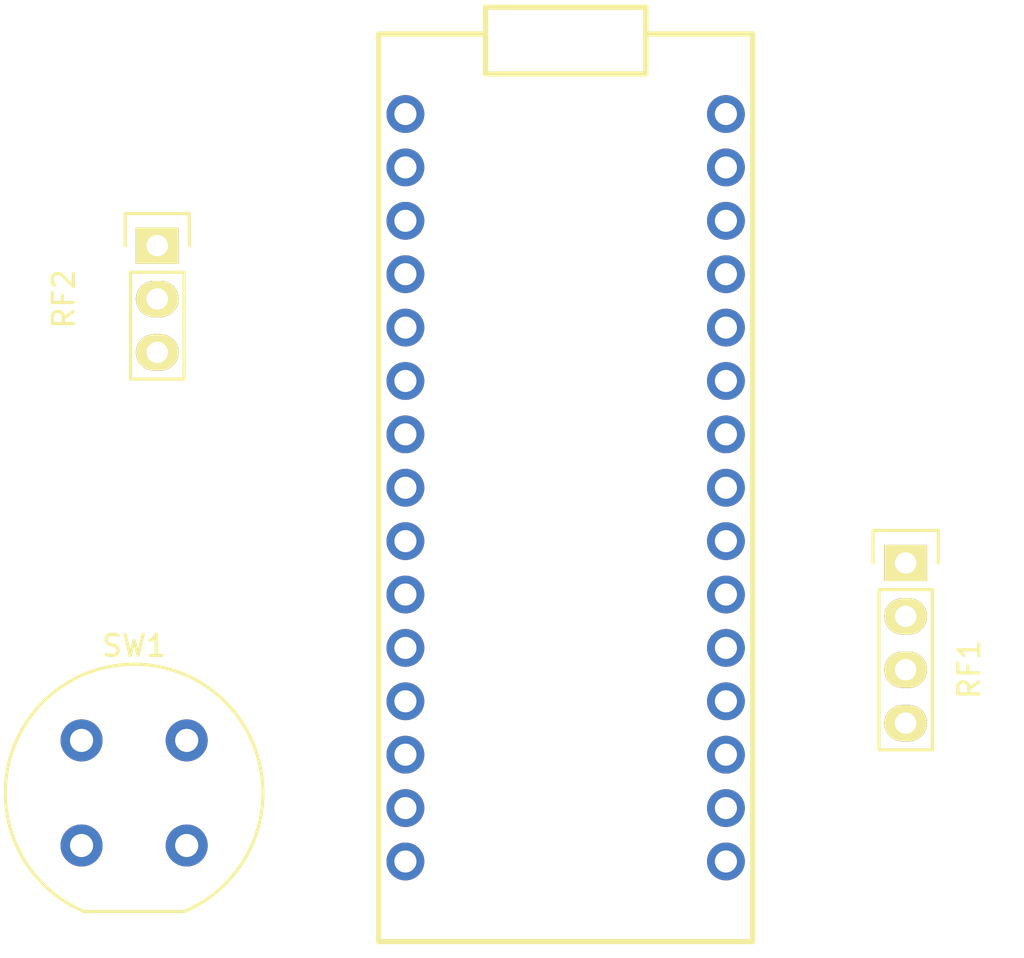
<source format=kicad_pcb>
(kicad_pcb (version 20211014) (generator pcbnew)
  (layers (0 "F.Cu" signal) (31 "B.Cu" signal) (34 "B.Paste" user) (35 "F.Paste" user) (36 "B.SilkS" user "B.Silkscreen") (37 "F.SilkS" user "F.Silkscreen") (38 "B.Mask" user) (39 "F.Mask" user) (44 "Edge.Cuts" user))
  (net 0 "")
  (net 12 "/VCC")
  (net 19 "GND")
  (net 20 "/D2")
  (net 21 "/D3")
  (net 33 "/D4")
  (footprint "Sensors:RF_Receiver_433_MHz" (layer "F.Cu") (at 103.612114 72.22 -90)
    (fp_text reference "RF1" (at 0 -3 90) (layer "F.SilkS"))
    (fp_text value "RF_Receiver_433_MHz")
    (fp_line (start -3.790707 1.294229) (end 3.829293 1.294229) (layer "F.SilkS") (width 0.15))
    (fp_line (start 3.829293 1.294229) (end 3.829293 -1.245771) (layer "F.SilkS") (width 0.15))
    (fp_line (start -5.060707 1.574229) (end -6.610707 1.574229) (layer "F.SilkS") (width 0.15))
    (fp_line (start -3.790707 -1.245771) (end -3.790707 1.294229) (layer "F.SilkS") (width 0.15))
    (fp_line (start -6.610707 1.574229) (end -6.610707 -1.525771) (layer "F.SilkS") (width 0.15))
    (fp_line (start -3.790707 -1.245771) (end 3.829293 -1.245771) (layer "F.SilkS") (width 0.15))
    (fp_line (start -6.610707 -1.525771) (end -5.060707 -1.525771) (layer "F.SilkS") (width 0.15))
    (pad "1" thru_hole rect locked (at -5.060707 0.024229) (size 2.032 1.7272) (drill 1.016) (layers *.Cu *.Mask "F.SilkS") (net 12 "/VCC"))
    (pad "2" thru_hole oval locked (at -2.520707 0.024229) (size 2.032 1.7272) (drill 1.016) (layers *.Cu *.Mask "F.SilkS") (net 21 "/D3"))
    (pad "3" thru_hole oval locked (at 0.019293 0.024229) (size 2.032 1.7272) (drill 1.016) (layers *.Cu *.Mask "F.SilkS"))
    (pad "4" thru_hole oval locked (at 2.559293 0.024229) (size 2.032 1.7272) (drill 1.016) (layers *.Cu *.Mask "F.SilkS") (net 19 "GND"))
  )
  (footprint "Button_Switch_THT:Push_E-Switch_KS01Q01" (layer "F.Cu") (at 64.4 75.6)
    (fp_text reference "SW1" (at 2.5 -4.5) (layer "F.SilkS"))
    (fp_text value "SW_DIP_x02")
    (fp_line (start 4.89 8.14) (end 0.11 8.14) (layer "F.SilkS") (width 0.15))
    (fp_arc (start 0.11 8.14) (mid 2.496283 -3.625495) (end 4.896843 8.137095) (layer "F.SilkS") (width 0.15))
    (pad "1" thru_hole circle (at 0 0) (size 2 2) (drill 1.1) (layers *.Cu *.Mask) (net 12 "/VCC"))
    (pad "2" thru_hole circle (at 5 0) (size 2 2) (drill 1.1) (layers *.Cu *.Mask) (net 19 "GND"))
    (pad "3" thru_hole circle (at 0 5) (size 2 2) (drill 1.1) (layers *.Cu *.Mask))
    (pad "4" thru_hole circle (at 5 5) (size 2 2) (drill 1.1) (layers *.Cu *.Mask) (net 33 "/D4"))
  )
  (footprint "WorkshopFootprints:NanoEvery" (layer "F.Cu") (at 79.8 45.8)
    (fp_text reference "ArduinoNanoEvery1")
    (fp_text value "Arduino Nano Every")
    (fp_line (start 3.81 -3.81) (end -1.27 -3.81) (layer "F.SilkS") (width 0.25))
    (fp_line (start -1.27 39.37) (end 16.51 39.37) (layer "F.SilkS") (width 0.25))
    (fp_line (start 16.51 39.37) (end 16.51 -3.81) (layer "F.SilkS") (width 0.25))
    (fp_line (start 11.43 -5.08) (end 11.43 -1.91) (layer "F.SilkS") (width 0.25))
    (fp_line (start -1.27 -3.81) (end -1.27 39.37) (layer "F.SilkS") (width 0.25))
    (fp_line (start 3.81 -5.08) (end 11.43 -5.08) (layer "F.SilkS") (width 0.25))
    (fp_line (start 3.81 -5.08) (end 3.81 -1.91) (layer "F.SilkS") (width 0.25))
    (fp_line (start 11.43 -3.81) (end 16.51 -3.81) (layer "F.SilkS") (width 0.25))
    (fp_line (start 3.81 -1.91) (end 11.43 -1.91) (layer "F.SilkS") (width 0.25))
    (pad "1" thru_hole circle (at 0 0) (size 1.8 1.8) (drill 1.05) (layers *.Cu *.Mask))
    (pad "2" thru_hole circle (at 0 2.54) (size 1.8 1.8) (drill 1.05) (layers *.Cu *.Mask))
    (pad "3" thru_hole circle (at 0 5.08) (size 1.8 1.8) (drill 1.05) (layers *.Cu *.Mask))
    (pad "4" thru_hole circle (at 0 7.62) (size 1.8 1.8) (drill 1.05) (layers *.Cu *.Mask))
    (pad "5" thru_hole circle (at 0 10.16) (size 1.8 1.8) (drill 1.05) (layers *.Cu *.Mask))
    (pad "6" thru_hole circle (at 0 12.7) (size 1.8 1.8) (drill 1.05) (layers *.Cu *.Mask))
    (pad "7" thru_hole circle (at 0 15.24) (size 1.8 1.8) (drill 1.05) (layers *.Cu *.Mask))
    (pad "8" thru_hole circle (at 0 17.78) (size 1.8 1.8) (drill 1.05) (layers *.Cu *.Mask))
    (pad "9" thru_hole circle (at 0 20.32) (size 1.8 1.8) (drill 1.05) (layers *.Cu *.Mask))
    (pad "10" thru_hole circle (at 0 22.86) (size 1.8 1.8) (drill 1.05) (layers *.Cu *.Mask))
    (pad "11" thru_hole circle (at 0 25.4) (size 1.8 1.8) (drill 1.05) (layers *.Cu *.Mask))
    (pad "12" thru_hole circle (at 0 27.94) (size 1.8 1.8) (drill 1.05) (layers *.Cu *.Mask) (net 12 "/VCC"))
    (pad "13" thru_hole circle (at 0 30.48) (size 1.8 1.8) (drill 1.05) (layers *.Cu *.Mask))
    (pad "14" thru_hole circle (at 0 33.02) (size 1.8 1.8) (drill 1.05) (layers *.Cu *.Mask))
    (pad "15" thru_hole circle (at 0 35.56) (size 1.8 1.8) (drill 1.05) (layers *.Cu *.Mask))
    (pad "16" thru_hole circle (at 15.24 35.56) (size 1.8 1.8) (drill 1.05) (layers *.Cu *.Mask))
    (pad "17" thru_hole circle (at 15.24 33.02) (size 1.8 1.8) (drill 1.05) (layers *.Cu *.Mask))
    (pad "18" thru_hole circle (at 15.24 30.48) (size 1.8 1.8) (drill 1.05) (layers *.Cu *.Mask))
    (pad "19" thru_hole circle (at 15.24 27.94) (size 1.8 1.8) (drill 1.05) (layers *.Cu *.Mask) (net 19 "GND"))
    (pad "20" thru_hole circle (at 15.24 25.4) (size 1.8 1.8) (drill 1.05) (layers *.Cu *.Mask) (net 20 "/D2"))
    (pad "21" thru_hole circle (at 15.24 22.86) (size 1.8 1.8) (drill 1.05) (layers *.Cu *.Mask) (net 21 "/D3"))
    (pad "22" thru_hole circle (at 15.24 20.32) (size 1.8 1.8) (drill 1.05) (layers *.Cu *.Mask))
    (pad "23" thru_hole circle (at 15.24 17.78) (size 1.8 1.8) (drill 1.05) (layers *.Cu *.Mask))
    (pad "24" thru_hole circle (at 15.24 15.24) (size 1.8 1.8) (drill 1.05) (layers *.Cu *.Mask))
    (pad "25" thru_hole circle (at 15.24 12.7) (size 1.8 1.8) (drill 1.05) (layers *.Cu *.Mask))
    (pad "26" thru_hole circle (at 15.24 10.16) (size 1.8 1.8) (drill 1.05) (layers *.Cu *.Mask))
    (pad "27" thru_hole circle (at 15.24 7.62) (size 1.8 1.8) (drill 1.05) (layers *.Cu *.Mask))
    (pad "28" thru_hole circle (at 15.24 5.08) (size 1.8 1.8) (drill 1.05) (layers *.Cu *.Mask))
    (pad "29" thru_hole circle (at 15.24 2.54) (size 1.8 1.8) (drill 1.05) (layers *.Cu *.Mask))
    (pad "30" thru_hole circle (at 15.24 0) (size 1.8 1.8) (drill 1.05) (layers *.Cu *.Mask))
  )
  (footprint "Sensors:RF_Transmitter_433_MHz" (layer "F.Cu") (at 68 54.6 -90)
    (fp_text reference "RF2" (at 0 4.445 90) (layer "F.SilkS"))
    (fp_text value "RF_Transmitter_433_MHz")
    (fp_line (start -1.27 -1.27) (end 3.81 -1.27) (layer "F.SilkS") (width 0.15))
    (fp_line (start -2.54 -1.524) (end -4.064 -1.524) (layer "F.SilkS") (width 0.15))
    (fp_line (start -4.064 1.524) (end -2.54 1.524) (layer "F.SilkS") (width 0.15))
    (fp_line (start -1.27 1.27) (end -1.27 -1.27) (layer "F.SilkS") (width 0.15))
    (fp_line (start -4.064 -1.524) (end -4.064 1.524) (layer "F.SilkS") (width 0.15))
    (fp_line (start 3.81 1.27) (end -1.27 1.27) (layer "F.SilkS") (width 0.15))
    (fp_line (start 3.81 -1.27) (end 3.81 1.27) (layer "F.SilkS") (width 0.15))
    (pad "1" thru_hole rect locked (at -2.54 0) (size 2.032 1.7272) (drill 1.016) (layers *.Cu *.Mask "F.SilkS") (net 20 "/D2"))
    (pad "2" thru_hole oval locked (at 0 0) (size 2.032 1.7272) (drill 1.016) (layers *.Cu *.Mask "F.SilkS") (net 12 "/VCC"))
    (pad "3" thru_hole oval locked (at 2.54 0) (size 2.032 1.7272) (drill 1.016) (layers *.Cu *.Mask "F.SilkS") (net 19 "GND"))
  )
)
</source>
